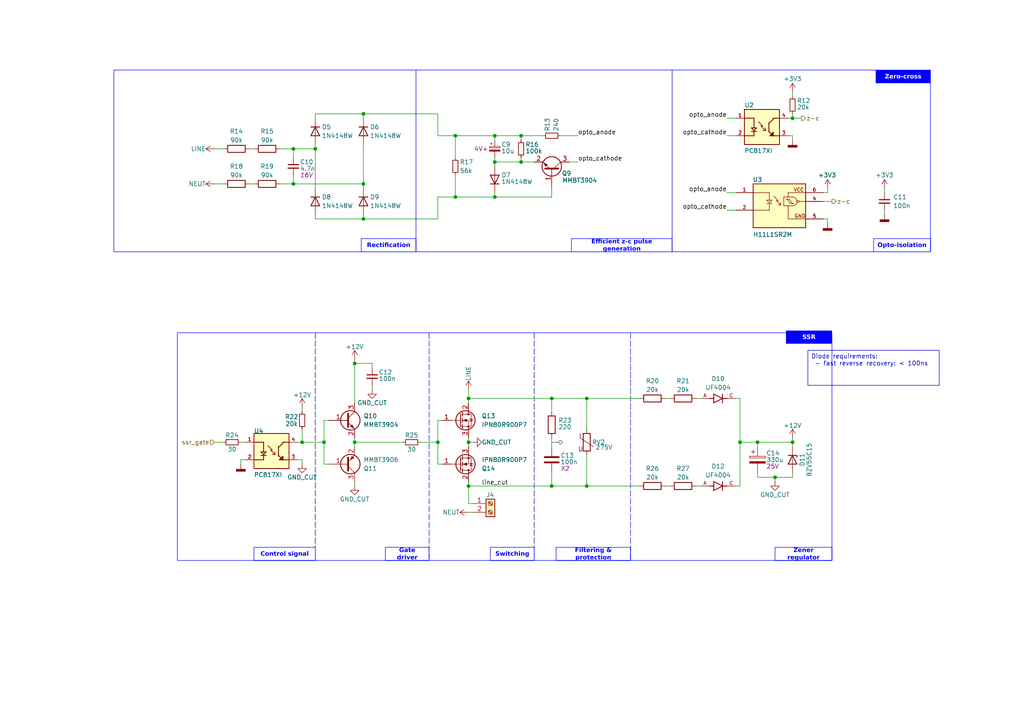
<source format=kicad_sch>
(kicad_sch (version 20231120) (generator "eeschema") (generator_version "8.0")
  (paper "A4")
  (title_block (title "LEDDs") (date "2025-02-17") (rev "1.0") (company "Vas's lab"))
  (lib_symbols
    (symbol "Connector:Screw_Terminal_01x02" (pin_names (offset 1.016) hide)
      (property "Reference" "J" (at 0 2.54 0))
      (property "Value" "Screw_Terminal_01x02" (at 0 -5.08 0))
      (symbol "Screw_Terminal_01x02_1_1"
        (rectangle (start -1.27 1.27) (end 1.27 -3.81) (stroke (width 0.254)) (fill (type background)))
        (circle (center 0 -2.54) (radius 0.635) (stroke (width 0.1524)))
        (polyline (pts (xy -0.5334 -2.2098) (xy 0.3302 -3.048)) (stroke (width 0.1524)))
        (polyline (pts (xy -0.5334 0.3302) (xy 0.3302 -0.508)) (stroke (width 0.1524)))
        (polyline (pts (xy -0.3556 -2.032) (xy 0.508 -2.8702)) (stroke (width 0.1524)))
        (polyline (pts (xy -0.3556 0.508) (xy 0.508 -0.3302)) (stroke (width 0.1524)))
        (circle (center 0 0) (radius 0.635) (stroke (width 0.1524)))
        (pin passive line (at -5.08 0 0) (length 3.81) (name "Pin_1") (number "1"))
        (pin passive line (at -5.08 -2.54 0) (length 3.81) (name "Pin_2") (number "2"))
      )
    )
    (symbol "Device:C" (pin_numbers hide) (pin_names (offset 0.254))
      (property "Reference" "C" (at 0.635 2.54 0))
      (property "Value" "C" (at 0.635 -2.54 0))
      (symbol "C_0_1"
        (polyline (pts (xy -2.032 -0.762) (xy 2.032 -0.762)) (stroke (width 0.508)))
        (polyline (pts (xy -2.032 0.762) (xy 2.032 0.762)) (stroke (width 0.508)))
      )
      (symbol "C_1_1"
        (pin passive line (at 0 3.81 270) (length 2.794) (name "~") (number "1"))
        (pin passive line (at 0 -3.81 90) (length 2.794) (name "~") (number "2"))
      )
    )
    (symbol "Device:C_Polarized" (pin_numbers hide) (pin_names (offset 0.254))
      (property "Reference" "C" (at 0.635 2.54 0))
      (property "Value" "C_Polarized" (at 0.635 -2.54 0))
      (symbol "C_Polarized_0_1"
        (rectangle (start -2.286 0.508) (end 2.286 1.016))
        (polyline (pts (xy -1.778 2.286) (xy -0.762 2.286)))
        (polyline (pts (xy -1.27 2.794) (xy -1.27 1.778)))
        (rectangle (start 2.286 -0.508) (end -2.286 -1.016) (fill (type outline)))
      )
      (symbol "C_Polarized_1_1"
        (pin passive line (at 0 3.81 270) (length 2.794) (name "~") (number "1"))
        (pin passive line (at 0 -3.81 90) (length 2.794) (name "~") (number "2"))
      )
    )
    (symbol "Device:C_Polarized_Small" (pin_numbers hide) (pin_names (offset 0.254) hide)
      (property "Reference" "C" (at 0.254 1.778 0))
      (property "Value" "C_Polarized_Small" (at 0.254 -2.032 0))
      (symbol "C_Polarized_Small_0_1"
        (rectangle (start -1.524 -0.3048) (end 1.524 -0.6858) (fill (type outline)))
        (rectangle (start -1.524 0.6858) (end 1.524 0.3048))
        (polyline (pts (xy -1.27 1.524) (xy -0.762 1.524)))
        (polyline (pts (xy -1.016 1.27) (xy -1.016 1.778)))
      )
      (symbol "C_Polarized_Small_1_1"
        (pin passive line (at 0 2.54 270) (length 1.8542) (name "~") (number "1"))
        (pin passive line (at 0 -2.54 90) (length 1.8542) (name "~") (number "2"))
      )
    )
    (symbol "Device:C_Small" (pin_numbers hide) (pin_names (offset 0.254) hide)
      (property "Reference" "C" (at 0.254 1.778 0))
      (property "Value" "C_Small" (at 0.254 -2.032 0))
      (symbol "C_Small_0_1"
        (polyline (pts (xy -1.524 -0.508) (xy 1.524 -0.508)) (stroke (width 0.3302)))
        (polyline (pts (xy -1.524 0.508) (xy 1.524 0.508)) (stroke (width 0.3048)))
      )
      (symbol "C_Small_1_1"
        (pin passive line (at 0 2.54 270) (length 2.032) (name "~") (number "1"))
        (pin passive line (at 0 -2.54 90) (length 2.032) (name "~") (number "2"))
      )
    )
    (symbol "Device:Q_NMOS_GDS" (pin_names (offset 0) hide)
      (property "Reference" "Q" (at 5.08 1.27 0))
      (property "Value" "Q_NMOS_GDS" (at 5.08 -1.27 0))
      (symbol "Q_NMOS_GDS_0_1"
        (polyline (pts (xy 0.254 0) (xy -2.54 0)))
        (polyline (pts (xy 0.254 1.905) (xy 0.254 -1.905)) (stroke (width 0.254)))
        (polyline (pts (xy 0.762 -1.27) (xy 0.762 -2.286)) (stroke (width 0.254)))
        (polyline (pts (xy 0.762 0.508) (xy 0.762 -0.508)) (stroke (width 0.254)))
        (polyline (pts (xy 0.762 2.286) (xy 0.762 1.27)) (stroke (width 0.254)))
        (polyline (pts (xy 2.54 2.54) (xy 2.54 1.778)))
        (polyline (pts (xy 2.54 -2.54) (xy 2.54 0) (xy 0.762 0)))
        (polyline (pts (xy 0.762 -1.778) (xy 3.302 -1.778) (xy 3.302 1.778) (xy 0.762 1.778)))
        (polyline (pts (xy 1.016 0) (xy 2.032 0.381) (xy 2.032 -0.381) (xy 1.016 0)) (fill (type outline)))
        (polyline (pts (xy 2.794 0.508) (xy 2.921 0.381) (xy 3.683 0.381) (xy 3.81 0.254)))
        (polyline (pts (xy 3.302 0.381) (xy 2.921 -0.254) (xy 3.683 -0.254) (xy 3.302 0.381)))
        (circle (center 1.651 0) (radius 2.794) (stroke (width 0.254)))
        (circle (center 2.54 -1.778) (radius 0.254) (fill (type outline)))
        (circle (center 2.54 1.778) (radius 0.254) (fill (type outline)))
      )
      (symbol "Q_NMOS_GDS_1_1"
        (pin input line (at -5.08 0 0) (length 2.54) (name "G") (number "1"))
        (pin passive line (at 2.54 5.08 270) (length 2.54) (name "D") (number "2"))
        (pin passive line (at 2.54 -5.08 90) (length 2.54) (name "S") (number "3"))
      )
    )
    (symbol "Device:R" (pin_numbers hide) (pin_names (offset 0))
      (property "Reference" "R" (at 2.032 0 90))
      (property "Value" "R" (at 0 0 90))
      (symbol "R_0_1"
        (rectangle (start -1.016 -2.54) (end 1.016 2.54) (stroke (width 0.254)))
      )
      (symbol "R_1_1"
        (pin passive line (at 0 3.81 270) (length 1.27) (name "~") (number "1"))
        (pin passive line (at 0 -3.81 90) (length 1.27) (name "~") (number "2"))
      )
    )
    (symbol "Device:R_Small" (pin_numbers hide) (pin_names (offset 0.254) hide)
      (property "Reference" "R" (at 0.762 0.508 0))
      (property "Value" "R_Small" (at 0.762 -1.016 0))
      (symbol "R_Small_0_1"
        (rectangle (start -0.762 1.778) (end 0.762 -1.778) (stroke (width 0.2032)))
      )
      (symbol "R_Small_1_1"
        (pin passive line (at 0 2.54 270) (length 0.762) (name "~") (number "1"))
        (pin passive line (at 0 -2.54 90) (length 0.762) (name "~") (number "2"))
      )
    )
    (symbol "Device:Varistor" (pin_numbers hide) (pin_names (offset 0))
      (property "Reference" "RV" (at 3.175 0 90))
      (property "Value" "Varistor" (at -3.175 0 90))
      (symbol "Varistor_0_0"
        (text "U" (at -1.778 -2.032 0) (effects (font (size 1.27 1.27))))
      )
      (symbol "Varistor_0_1"
        (rectangle (start -1.016 -2.54) (end 1.016 2.54) (stroke (width 0.254)))
        (polyline (pts (xy -1.905 2.54) (xy -1.905 1.27) (xy 1.905 -1.27)))
      )
      (symbol "Varistor_1_1"
        (pin passive line (at 0 3.81 270) (length 1.27) (name "~") (number "1"))
        (pin passive line (at 0 -3.81 90) (length 1.27) (name "~") (number "2"))
      )
    )
    (symbol "Diode:1N4148" (pin_numbers hide) (pin_names hide)
      (property "Reference" "D" (at 0 2.54 0))
      (property "Value" "1N4148" (at 0 -2.54 0))
      (symbol "1N4148_0_1"
        (polyline (pts (xy -1.27 1.27) (xy -1.27 -1.27)) (stroke (width 0.254)))
        (polyline (pts (xy 1.27 0) (xy -1.27 0)))
        (polyline (pts (xy 1.27 1.27) (xy 1.27 -1.27) (xy -1.27 0) (xy 1.27 1.27)) (stroke (width 0.254)))
      )
      (symbol "1N4148_1_1"
        (pin passive line (at -3.81 0 0) (length 2.54) (name "K") (number "1"))
        (pin passive line (at 3.81 0 180) (length 2.54) (name "A") (number "2"))
      )
    )
    (symbol "Diode:BZV55C15" (pin_numbers hide) (pin_names hide)
      (property "Reference" "D" (at 0 2.54 0))
      (property "Value" "BZV55C15" (at 0 -2.54 0))
      (symbol "BZV55C15_0_1"
        (polyline (pts (xy 1.27 0) (xy -1.27 0)))
        (polyline (pts (xy -1.27 -1.27) (xy -1.27 1.27) (xy -0.762 1.27)) (stroke (width 0.254)))
        (polyline (pts (xy 1.27 -1.27) (xy 1.27 1.27) (xy -1.27 0) (xy 1.27 -1.27)) (stroke (width 0.254)))
      )
      (symbol "BZV55C15_1_1"
        (pin passive line (at -3.81 0 0) (length 2.54) (name "K") (number "1"))
        (pin passive line (at 3.81 0 180) (length 2.54) (name "A") (number "2"))
      )
    )
    (symbol "H11L1SR2M:H11L1SR2M" (pin_names (offset 1.016))
      (property "Reference" "U" (at -7.62 6.35 0))
      (property "Value" "H11L1SR2M" (at -7.62 -8.89 0))
      (symbol "H11L1SR2M_0_0"
        (rectangle (start -7.62 -7.62) (end 7.62 5.08) (stroke (width 0.254)) (fill (type background)))
        (polyline (pts (xy -7.62 2.54) (xy -2.921 2.54)) (stroke (width 0.1524)))
        (polyline (pts (xy -3.683 -0.635) (xy -2.159 -0.635)) (stroke (width 0.1524)))
        (polyline (pts (xy -3.683 0.381) (xy -2.921 -0.381)) (stroke (width 0.1524)))
        (polyline (pts (xy -2.921 -2.54) (xy -7.62 -2.54)) (stroke (width 0.1524)))
        (polyline (pts (xy -2.921 -0.635) (xy -2.921 -2.54)) (stroke (width 0.1524)))
        (polyline (pts (xy -2.921 -0.381) (xy -2.159 0.381)) (stroke (width 0.1524)))
        (polyline (pts (xy -2.921 0.381) (xy -3.683 0.381)) (stroke (width 0.1524)))
        (polyline (pts (xy -2.921 0.381) (xy -2.159 0.381)) (stroke (width 0.1524)))
        (polyline (pts (xy -2.921 2.54) (xy -2.921 0.381)) (stroke (width 0.1524)))
        (polyline (pts (xy -1.651 1.524) (xy -0.381 0.254)) (stroke (width 0.1524)))
        (polyline (pts (xy -0.889 0.254) (xy 0.381 -1.016)) (stroke (width 0.1524)))
        (polyline (pts (xy -0.381 0.254) (xy -0.889 0.254)) (stroke (width 0.1524)))
        (polyline (pts (xy 0.381 -1.016) (xy -0.381 -1.016)) (stroke (width 0.1524)))
        (polyline (pts (xy 0.381 -1.016) (xy 0.381 -0.254)) (stroke (width 0.1524)))
        (polyline (pts (xy 1.27 -1.27) (xy 3.81 -1.27)) (stroke (width 0.1524)))
        (polyline (pts (xy 1.27 1.27) (xy 1.27 -1.27)) (stroke (width 0.1524)))
        (polyline (pts (xy 1.905 0.635) (xy 2.8575 0.635)) (stroke (width 0.1524)))
        (polyline (pts (xy 2.54 -5.08) (xy 7.62 -5.08)) (stroke (width 0.1524)))
        (polyline (pts (xy 2.54 -1.27) (xy 2.54 -5.08)) (stroke (width 0.1524)))
        (polyline (pts (xy 2.54 2.54) (xy 2.54 1.27)) (stroke (width 0.1524)))
        (polyline (pts (xy 2.8575 0.635) (xy 3.81 -0.635)) (stroke (width 0.1524)))
        (polyline (pts (xy 3.175 -0.635) (xy 2.2225 0.635)) (stroke (width 0.1524)))
        (polyline (pts (xy 3.81 -0.635) (xy 3.175 -0.635)) (stroke (width 0.1524)))
        (polyline (pts (xy 3.81 -0.635) (xy 4.1275 -0.635)) (stroke (width 0.1524)))
        (polyline (pts (xy 3.81 1.27) (xy 1.27 1.27)) (stroke (width 0.1524)))
        (polyline (pts (xy 5.715 0) (xy 7.62 0)) (stroke (width 0.1524)))
        (polyline (pts (xy 7.62 2.54) (xy 2.54 2.54)) (stroke (width 0.1524)))
        (arc (start 3.81 -1.27) (mid 4.708 -0.898) (end 5.08 0) (stroke (width 0.1524)))
        (arc (start 5.08 0) (mid 4.708 0.898) (end 3.81 1.27) (stroke (width 0.1524)))
        (circle (center 5.3975 0) (radius 0.3175) (stroke (width 0.1524)))
        (text "GND" (at 4.318 -4.826 0) (effects (font (size 1.016 1.016)) (justify left bottom)))
        (text "VCC" (at 4.064 2.794 0) (effects (font (size 1.016 1.016)) (justify left bottom)))
        (pin passive line (at -12.7 2.54 0) (length 5.08) (name "~") (number "1"))
        (pin passive line (at -12.7 -2.54 0) (length 5.08) (name "~") (number "2"))
        (pin output line (at 12.7 0 180) (length 5.08) (name "~") (number "4"))
        (pin power_in line (at 12.7 -5.08 180) (length 5.08) (name "~") (number "5"))
        (pin power_in line (at 12.7 2.54 180) (length 5.08) (name "~") (number "6"))
      )
    )
    (symbol "PC817XI:PC817XI" (pin_names (offset 1.016))
      (property "Reference" "U" (at -5.08 5.08 0))
      (property "Value" "PC817XI" (at -5.08 -7.62 0))
      (symbol "PC817XI_0_0"
        (rectangle (start -5.08 -5.08) (end 5.08 5.08) (stroke (width 0.254)) (fill (type background)))
        (polyline (pts (xy -5.08 2.54) (xy -2.286 2.54)) (stroke (width 0.254)))
        (polyline (pts (xy -3.048 -1.27) (xy -1.524 -1.27)) (stroke (width 0.254)))
        (polyline (pts (xy -3.048 -0.254) (xy -2.286 -1.016)) (stroke (width 0.254)))
        (polyline (pts (xy -2.286 -2.54) (xy -5.08 -2.54)) (stroke (width 0.254)))
        (polyline (pts (xy -2.286 -1.27) (xy -2.286 -2.54)) (stroke (width 0.254)))
        (polyline (pts (xy -2.286 -1.016) (xy -1.524 -0.254)) (stroke (width 0.254)))
        (polyline (pts (xy -2.286 -0.254) (xy -3.048 -0.254)) (stroke (width 0.254)))
        (polyline (pts (xy -2.286 -0.254) (xy -1.524 -0.254)) (stroke (width 0.254)))
        (polyline (pts (xy -2.286 2.54) (xy -2.286 -0.254)) (stroke (width 0.254)))
        (polyline (pts (xy -1.016 1.524) (xy 0.254 0.254)) (stroke (width 0.2032)))
        (polyline (pts (xy -0.254 0.254) (xy 1.016 -1.016)) (stroke (width 0.2032)))
        (polyline (pts (xy 0.254 0.254) (xy -0.254 0.254)) (stroke (width 0.2032)))
        (polyline (pts (xy 1.016 -1.016) (xy 0.254 -1.016)) (stroke (width 0.2032)))
        (polyline (pts (xy 1.016 -1.016) (xy 1.016 -0.254)) (stroke (width 0.2032)))
        (polyline (pts (xy 2.032 -1.27) (xy 2.032 -1.524)) (stroke (width 0.254)))
        (polyline (pts (xy 2.032 -1.27) (xy 3.302 -2.54)) (stroke (width 0.254)))
        (polyline (pts (xy 2.032 1.016) (xy 2.032 -1.27)) (stroke (width 0.254)))
        (polyline (pts (xy 2.032 1.016) (xy 2.032 1.27)) (stroke (width 0.254)))
        (polyline (pts (xy 2.286 -2.54) (xy 3.048 -2.54)) (stroke (width 0.254)))
        (polyline (pts (xy 2.54 -2.286) (xy 2.286 -2.54)) (stroke (width 0.254)))
        (polyline (pts (xy 2.54 -2.286) (xy 2.794 -2.286)) (stroke (width 0.254)))
        (polyline (pts (xy 2.794 -2.286) (xy 3.048 -2.54)) (stroke (width 0.254)))
        (polyline (pts (xy 3.048 -2.54) (xy 3.048 -2.032)) (stroke (width 0.254)))
        (polyline (pts (xy 3.048 -2.54) (xy 3.302 -2.54)) (stroke (width 0.254)))
        (polyline (pts (xy 3.048 -2.032) (xy 2.794 -2.286)) (stroke (width 0.254)))
        (polyline (pts (xy 3.048 -2.032) (xy 3.302 -1.778)) (stroke (width 0.254)))
        (polyline (pts (xy 3.302 -2.54) (xy 3.302 -2.286)) (stroke (width 0.254)))
        (polyline (pts (xy 3.302 -2.54) (xy 5.08 -2.54)) (stroke (width 0.254)))
        (polyline (pts (xy 3.302 -2.286) (xy 3.048 -2.032)) (stroke (width 0.254)))
        (polyline (pts (xy 3.302 -2.286) (xy 3.302 -1.778)) (stroke (width 0.254)))
        (polyline (pts (xy 3.302 -1.778) (xy 3.302 -1.524)) (stroke (width 0.254)))
        (polyline (pts (xy 3.302 -1.524) (xy 2.54 -2.286)) (stroke (width 0.254)))
        (polyline (pts (xy 3.302 2.286) (xy 2.032 1.016)) (stroke (width 0.254)))
        (polyline (pts (xy 3.302 2.54) (xy 3.302 2.286)) (stroke (width 0.254)))
        (polyline (pts (xy 5.08 2.54) (xy 3.302 2.54)) (stroke (width 0.254)))
        (pin passive line (at -7.62 2.54 0) (length 2.54) (name "~") (number "1"))
        (pin passive line (at -7.62 -2.54 0) (length 2.54) (name "~") (number "2"))
        (pin passive line (at 7.62 -2.54 180) (length 2.54) (name "~") (number "3"))
        (pin passive line (at 7.62 2.54 180) (length 2.54) (name "~") (number "4"))
      )
    )
    (symbol "Transistor_BJT:MMBT3904" (pin_names (offset 0) hide)
      (property "Reference" "Q" (at 5.08 1.905 0))
      (property "Value" "MMBT3904" (at 5.08 0 0))
      (symbol "MMBT3904_0_1"
        (polyline (pts (xy 0.635 0.635) (xy 2.54 2.54)))
        (polyline (pts (xy 0.635 -0.635) (xy 2.54 -2.54) (xy 2.54 -2.54)))
        (polyline (pts (xy 0.635 1.905) (xy 0.635 -1.905) (xy 0.635 -1.905)) (stroke (width 0.508)))
        (polyline (pts (xy 1.27 -1.778) (xy 1.778 -1.27) (xy 2.286 -2.286) (xy 1.27 -1.778) (xy 1.27 -1.778)) (fill (type outline)))
        (circle (center 1.27 0) (radius 2.8194) (stroke (width 0.254)))
      )
      (symbol "MMBT3904_1_1"
        (pin input line (at -5.08 0 0) (length 5.715) (name "B") (number "1"))
        (pin passive line (at 2.54 -5.08 90) (length 2.54) (name "E") (number "2"))
        (pin passive line (at 2.54 5.08 270) (length 2.54) (name "C") (number "3"))
      )
    )
    (symbol "Transistor_BJT:MMBT3906" (pin_names (offset 0) hide)
      (property "Reference" "Q" (at 5.08 1.905 0))
      (property "Value" "MMBT3906" (at 5.08 0 0))
      (symbol "MMBT3906_0_1"
        (polyline (pts (xy 0.635 0.635) (xy 2.54 2.54)))
        (polyline (pts (xy 0.635 -0.635) (xy 2.54 -2.54) (xy 2.54 -2.54)))
        (polyline (pts (xy 0.635 1.905) (xy 0.635 -1.905) (xy 0.635 -1.905)) (stroke (width 0.508)))
        (polyline (pts (xy 2.286 -1.778) (xy 1.778 -2.286) (xy 1.27 -1.27) (xy 2.286 -1.778) (xy 2.286 -1.778)) (fill (type outline)))
        (circle (center 1.27 0) (radius 2.8194) (stroke (width 0.254)))
      )
      (symbol "MMBT3906_1_1"
        (pin input line (at -5.08 0 0) (length 5.715) (name "B") (number "1"))
        (pin passive line (at 2.54 -5.08 90) (length 2.54) (name "E") (number "2"))
        (pin passive line (at 2.54 5.08 270) (length 2.54) (name "C") (number "3"))
      )
    )
    (symbol "UF4004:UF4004" (pin_names (offset 1.016))
      (property "Reference" "D" (at -5.08 2.54 0))
      (property "Value" "UF4004" (at -5.08 -3.81 0))
      (symbol "UF4004_0_0"
        (polyline (pts (xy -2.54 0) (xy -1.27 0)) (stroke (width 0.254)))
        (polyline (pts (xy -1.27 -1.27) (xy 1.27 0)) (stroke (width 0.254)))
        (polyline (pts (xy -1.27 0) (xy -1.27 -1.27)) (stroke (width 0.254)))
        (polyline (pts (xy -1.27 1.27) (xy -1.27 0)) (stroke (width 0.254)))
        (polyline (pts (xy 1.27 0) (xy -1.27 1.27)) (stroke (width 0.254)))
        (polyline (pts (xy 1.27 0) (xy 1.27 -1.27)) (stroke (width 0.254)))
        (polyline (pts (xy 1.27 0) (xy 2.54 0)) (stroke (width 0.254)))
        (polyline (pts (xy 1.27 1.27) (xy 1.27 0)) (stroke (width 0.254)))
        (pin passive line (at -5.08 0 0) (length 2.54) (name "~") (number "A"))
        (pin passive line (at 5.08 0 180) (length 2.54) (name "~") (number "C"))
      )
    )
    (symbol "power:+12V" (power) (pin_names (offset 0))
      (property "Value" "+12V" (at 0 3.556 0))
      (symbol "+12V_0_1"
        (polyline (pts (xy -0.762 1.27) (xy 0 2.54)))
        (polyline (pts (xy 0 0) (xy 0 2.54)))
        (polyline (pts (xy 0 2.54) (xy 0.762 1.27)))
      )
      (symbol "+12V_1_1"
        (pin power_in line (at 0 0 90) (length 0) hide (name "+12V") (number "1"))
      )
    )
    (symbol "power:+3V3" (power) (pin_names (offset 0))
      (property "Value" "+3V3" (at 0 3.556 0))
      (symbol "+3V3_0_1"
        (polyline (pts (xy -0.762 1.27) (xy 0 2.54)))
        (polyline (pts (xy 0 0) (xy 0 2.54)))
        (polyline (pts (xy 0 2.54) (xy 0.762 1.27)))
      )
      (symbol "+3V3_1_1"
        (pin power_in line (at 0 0 90) (length 0) hide (name "+3V3") (number "1"))
      )
    )
    (symbol "power:GND1" (power) (pin_names (offset 0))
      (property "Value" "GND1" (at 0 -3.81 0))
      (symbol "GND1_0_1"
        (polyline (pts (xy 0 0) (xy 0 -1.27) (xy 1.27 -1.27) (xy 0 -2.54) (xy -1.27 -1.27) (xy 0 -1.27)))
      )
      (symbol "GND1_1_1"
        (pin power_in line (at 0 0 270) (length 0) hide (name "GND1") (number "1"))
      )
    )
    (symbol "power:GNDD" (power) (pin_names (offset 0))
      (property "Value" "GNDD" (at 0 -3.175 0))
      (symbol "GNDD_0_1"
        (rectangle (start -1.27 -1.524) (end 1.27 -2.032) (stroke (width 0.254)) (fill (type outline)))
        (polyline (pts (xy 0 0) (xy 0 -1.524)))
      )
      (symbol "GNDD_1_1"
        (pin power_in line (at 0 0 270) (length 0) hide (name "GNDD") (number "1"))
      )
    )
    (symbol "power:LINE" (power) (pin_names (offset 0))
      (property "Value" "LINE" (at 0 3.81 0))
      (symbol "LINE_0_1"
        (polyline (pts (xy -0.762 1.27) (xy 0 2.54)))
        (polyline (pts (xy 0 0) (xy 0 2.54)))
        (polyline (pts (xy 0 2.54) (xy 0.762 1.27)))
      )
      (symbol "LINE_1_1"
        (pin power_in line (at 0 0 90) (length 0) hide (name "LINE") (number "1"))
      )
    )
    (symbol "power:NEUT" (power) (pin_names (offset 0))
      (property "Value" "NEUT" (at 0 3.81 0))
      (symbol "NEUT_0_1"
        (polyline (pts (xy -0.762 1.27) (xy 0 2.54)))
        (polyline (pts (xy 0 0) (xy 0 2.54)))
        (polyline (pts (xy 0 2.54) (xy 0.762 1.27)))
      )
      (symbol "NEUT_1_1"
        (pin power_in line (at 0 0 90) (length 0) hide (name "NEUT") (number "1"))
      )
    )
  )
  (junction (at 143.51 46.99))
  (junction (at 224.79 138.43))
  (junction (at 214.63 128.27))
  (junction (at 160.02 115.57))
  (junction (at 85.09 53.34))
  (junction (at 170.18 140.97))
  (junction (at 105.41 63.5))
  (junction (at 132.08 39.37))
  (junction (at 87.63 128.27))
  (junction (at 151.13 39.37))
  (junction (at 85.09 43.18))
  (junction (at 91.44 43.18))
  (junction (at 102.87 105.41))
  (junction (at 105.41 53.34))
  (junction (at 160.02 140.97))
  (junction (at 135.89 115.57))
  (junction (at 135.89 128.27))
  (junction (at 219.71 128.27))
  (junction (at 229.87 34.29))
  (junction (at 143.51 39.37))
  (junction (at 151.13 46.99))
  (junction (at 102.87 128.27))
  (junction (at 93.98 128.27))
  (junction (at 170.18 115.57))
  (junction (at 127 128.27))
  (junction (at 135.89 140.97))
  (junction (at 143.51 57.15))
  (junction (at 105.41 33.02))
  (junction (at 229.87 128.27))
  (junction (at 132.08 57.15))
  (wire (pts (xy 127 121.92) (xy 128.27 121.92)))
  (wire (pts (xy 91.44 33.02) (xy 105.41 33.02)))
  (wire (pts (xy 238.76 63.5) (xy 240.03 63.5)))
  (wire (pts (xy 170.18 140.97) (xy 185.42 140.97)))
  (wire (pts (xy 210.82 39.37) (xy 213.36 39.37)))
  (wire (pts (xy 170.18 124.46) (xy 170.18 115.57)))
  (wire (pts (xy 85.09 53.34) (xy 105.41 53.34)))
  (wire (pts (xy 127 121.92) (xy 127 128.27)))
  (wire (pts (xy 238.76 58.42) (xy 241.3 58.42)))
  (wire (pts (xy 93.98 128.27) (xy 93.98 134.62)))
  (wire (pts (xy 91.44 43.18) (xy 91.44 41.91)))
  (wire (pts (xy 135.89 127) (xy 135.89 128.27)))
  (wire (pts (xy 160.02 57.15) (xy 143.51 57.15)))
  (wire (pts (xy 135.89 113.03) (xy 135.89 115.57)))
  (wire (pts (xy 143.51 39.37) (xy 151.13 39.37)))
  (polyline (pts (xy 154.94 96.52) (xy 154.94 162.56)) (stroke (width 0) (type dash)))
  (wire (pts (xy 102.87 128.27) (xy 102.87 129.54)))
  (wire (pts (xy 143.51 57.15) (xy 132.08 57.15)))
  (wire (pts (xy 91.44 62.23) (xy 91.44 63.5)))
  (wire (pts (xy 229.87 39.37) (xy 229.87 40.64)))
  (wire (pts (xy 135.89 140.97) (xy 160.02 140.97)))
  (wire (pts (xy 62.23 128.27) (xy 64.77 128.27)))
  (wire (pts (xy 170.18 115.57) (xy 185.42 115.57)))
  (wire (pts (xy 170.18 132.08) (xy 170.18 140.97)))
  (wire (pts (xy 93.98 134.62) (xy 95.25 134.62)))
  (wire (pts (xy 95.25 121.92) (xy 93.98 121.92)))
  (wire (pts (xy 72.39 53.34) (xy 73.66 53.34)))
  (wire (pts (xy 229.87 27.94) (xy 229.87 26.67)))
  (wire (pts (xy 132.08 50.8) (xy 132.08 57.15)))
  (wire (pts (xy 160.02 127) (xy 160.02 129.54)))
  (wire (pts (xy 107.95 111.76) (xy 107.95 113.03)))
  (wire (pts (xy 224.79 138.43) (xy 224.79 139.7)))
  (wire (pts (xy 102.87 105.41) (xy 107.95 105.41)))
  (wire (pts (xy 151.13 40.64) (xy 151.13 39.37)))
  (wire (pts (xy 210.82 55.88) (xy 213.36 55.88)))
  (wire (pts (xy 91.44 34.29) (xy 91.44 33.02)))
  (wire (pts (xy 127 57.15) (xy 132.08 57.15)))
  (wire (pts (xy 105.41 33.02) (xy 127 33.02)))
  (wire (pts (xy 229.87 127) (xy 229.87 128.27)))
  (wire (pts (xy 228.6 39.37) (xy 229.87 39.37)))
  (wire (pts (xy 240.03 55.88) (xy 240.03 54.61)))
  (wire (pts (xy 224.79 138.43) (xy 219.71 138.43)))
  (wire (pts (xy 194.31 115.57) (xy 193.04 115.57)))
  (wire (pts (xy 85.09 43.18) (xy 91.44 43.18)))
  (wire (pts (xy 132.08 39.37) (xy 132.08 45.72)))
  (wire (pts (xy 214.63 140.97) (xy 213.36 140.97)))
  (wire (pts (xy 229.87 33.02) (xy 229.87 34.29)))
  (wire (pts (xy 91.44 63.5) (xy 105.41 63.5)))
  (wire (pts (xy 69.85 133.35) (xy 69.85 134.62)))
  (polyline (pts (xy 182.88 96.52) (xy 182.88 162.56)) (stroke (width 0) (type dash)))
  (wire (pts (xy 71.12 133.35) (xy 69.85 133.35)))
  (wire (pts (xy 87.63 133.35) (xy 87.63 134.62)))
  (wire (pts (xy 102.87 128.27) (xy 116.84 128.27)))
  (wire (pts (xy 135.89 146.05) (xy 137.16 146.05)))
  (wire (pts (xy 160.02 115.57) (xy 170.18 115.57)))
  (wire (pts (xy 160.02 137.16) (xy 160.02 140.97)))
  (wire (pts (xy 135.89 140.97) (xy 135.89 146.05)))
  (wire (pts (xy 143.51 46.99) (xy 151.13 46.99)))
  (wire (pts (xy 203.2 115.57) (xy 201.93 115.57)))
  (wire (pts (xy 121.92 128.27) (xy 127 128.27)))
  (wire (pts (xy 64.77 53.34) (xy 62.23 53.34)))
  (wire (pts (xy 93.98 121.92) (xy 93.98 128.27)))
  (wire (pts (xy 240.03 64.77) (xy 240.03 63.5)))
  (wire (pts (xy 69.85 128.27) (xy 71.12 128.27)))
  (wire (pts (xy 127 33.02) (xy 127 39.37)))
  (wire (pts (xy 210.82 60.96) (xy 213.36 60.96)))
  (wire (pts (xy 214.63 115.57) (xy 214.63 128.27)))
  (wire (pts (xy 165.1 46.99) (xy 167.64 46.99)))
  (wire (pts (xy 219.71 128.27) (xy 229.87 128.27)))
  (wire (pts (xy 135.89 128.27) (xy 135.89 129.54)))
  (wire (pts (xy 219.71 138.43) (xy 219.71 137.16)))
  (wire (pts (xy 72.39 43.18) (xy 73.66 43.18)))
  (wire (pts (xy 213.36 115.57) (xy 214.63 115.57)))
  (wire (pts (xy 160.02 140.97) (xy 170.18 140.97)))
  (wire (pts (xy 256.54 54.61) (xy 256.54 55.88)))
  (wire (pts (xy 102.87 139.7) (xy 102.87 140.97)))
  (polyline (pts (xy 124.46 96.52) (xy 124.46 162.56)) (stroke (width 0) (type dash)))
  (wire (pts (xy 105.41 33.02) (xy 105.41 34.29)))
  (wire (pts (xy 62.23 43.18) (xy 64.77 43.18)))
  (wire (pts (xy 85.09 50.8) (xy 85.09 53.34)))
  (wire (pts (xy 105.41 54.61) (xy 105.41 53.34)))
  (wire (pts (xy 143.51 57.15) (xy 143.51 55.88)))
  (wire (pts (xy 210.82 34.29) (xy 213.36 34.29)))
  (wire (pts (xy 105.41 63.5) (xy 127 63.5)))
  (wire (pts (xy 238.76 55.88) (xy 240.03 55.88)))
  (wire (pts (xy 229.87 138.43) (xy 229.87 137.16)))
  (wire (pts (xy 86.36 133.35) (xy 87.63 133.35)))
  (wire (pts (xy 135.89 115.57) (xy 160.02 115.57)))
  (wire (pts (xy 219.71 129.54) (xy 219.71 128.27)))
  (wire (pts (xy 194.31 140.97) (xy 193.04 140.97)))
  (wire (pts (xy 137.16 128.27) (xy 135.89 128.27)))
  (wire (pts (xy 91.44 43.18) (xy 91.44 54.61)))
  (wire (pts (xy 137.16 148.59) (xy 135.89 148.59)))
  (wire (pts (xy 143.51 45.72) (xy 143.51 46.99)))
  (wire (pts (xy 256.54 60.96) (xy 256.54 62.23)))
  (wire (pts (xy 105.41 63.5) (xy 105.41 62.23)))
  (wire (pts (xy 214.63 128.27) (xy 214.63 140.97)))
  (wire (pts (xy 160.02 119.38) (xy 160.02 115.57)))
  (wire (pts (xy 81.28 53.34) (xy 85.09 53.34)))
  (wire (pts (xy 229.87 128.27) (xy 229.87 129.54)))
  (wire (pts (xy 87.63 118.11) (xy 87.63 119.38)))
  (polyline (pts (xy 91.44 96.52) (xy 91.44 162.56)) (stroke (width 0) (type dash)))
  (wire (pts (xy 105.41 41.91) (xy 105.41 53.34)))
  (wire (pts (xy 127 63.5) (xy 127 57.15)))
  (wire (pts (xy 135.89 139.7) (xy 135.89 140.97)))
  (wire (pts (xy 228.6 34.29) (xy 229.87 34.29)))
  (wire (pts (xy 87.63 128.27) (xy 93.98 128.27)))
  (wire (pts (xy 81.28 43.18) (xy 85.09 43.18)))
  (wire (pts (xy 151.13 45.72) (xy 151.13 46.99)))
  (wire (pts (xy 151.13 39.37) (xy 157.48 39.37)))
  (wire (pts (xy 102.87 127) (xy 102.87 128.27)))
  (wire (pts (xy 224.79 138.43) (xy 229.87 138.43)))
  (wire (pts (xy 102.87 116.84) (xy 102.87 105.41)))
  (wire (pts (xy 143.51 40.64) (xy 143.51 39.37)))
  (wire (pts (xy 127 39.37) (xy 132.08 39.37)))
  (wire (pts (xy 135.89 115.57) (xy 135.89 116.84)))
  (wire (pts (xy 107.95 105.41) (xy 107.95 106.68)))
  (wire (pts (xy 127 134.62) (xy 128.27 134.62)))
  (wire (pts (xy 143.51 39.37) (xy 132.08 39.37)))
  (wire (pts (xy 162.56 39.37) (xy 167.64 39.37)))
  (wire (pts (xy 127 128.27) (xy 127 134.62)))
  (wire (pts (xy 160.02 54.61) (xy 160.02 57.15)))
  (wire (pts (xy 151.13 46.99) (xy 154.94 46.99)))
  (wire (pts (xy 143.51 46.99) (xy 143.51 48.26)))
  (wire (pts (xy 214.63 128.27) (xy 219.71 128.27)))
  (wire (pts (xy 229.87 34.29) (xy 232.41 34.29)))
  (wire (pts (xy 201.93 140.97) (xy 203.2 140.97)))
  (wire (pts (xy 85.09 43.18) (xy 85.09 45.72)))
  (wire (pts (xy 87.63 128.27) (xy 87.63 124.46)))
  (wire (pts (xy 86.36 128.27) (xy 87.63 128.27)))
  (wire (pts (xy 102.87 104.14) (xy 102.87 105.41)))
  (rectangle (start 194.945 20.32) (end 194.945 73.025))
  (rectangle (start 120.65 20.32) (end 120.65 73.025))
  (rectangle (start 51.435 96.52) (end 241.3 162.56) (stroke (width 0) (color 0 0 255 1)))
  (rectangle (start 33.02 20.32) (end 269.875 73.025) (stroke (width 0) (color 0 0 255 1)))
  (text_box "Control signal" (at 73.66 158.75 0) (size 17.78 3.81) (stroke (width 0) (color 0 0 255 1)) (effects (font (size 1.27 1.27) (thickness 0.254) (bold yes))))
  (text_box "Filtering & protection" (at 161.29 158.75 0) (size 21.59 3.81) (stroke (width 0) (color 0 0 255 1)) (effects (font (size 1.27 1.27) (thickness 0.254) (bold yes))))
  (text_box "SSR" (at 227.965 95.885 0) (size 13.335 3.81) (stroke (width -0.0001) (color 0 0 255 1)) (fill (type color) (color 0 0 255 1)) (effects (font (size 1.27 1.27) (thickness 0.254) (bold yes))))
  (text_box "Switching\n" (at 142.24 158.75 0) (size 12.7 3.81) (stroke (width 0) (color 0 0 255 1)) (effects (font (size 1.27 1.27) (thickness 0.254) (bold yes))))
  (text_box "Diode requirements:\n - fast reverse recovery: < 100ns" (at 234.315 101.6 0) (size 38.1 10.16) (effects (font (size 1.27 1.27)) (justify left top)))
  (text_box "Rectification" (at 104.775 69.215 0) (size 15.875 3.81) (stroke (width 0) (color 0 0 255 1)) (effects (font (size 1.27 1.27) (thickness 0.254) (bold yes))))
  (text_box "Efficient z-c pulse generation" (at 165.735 69.215 0) (size 29.21 3.81) (stroke (width 0) (color 0 0 255 1)) (effects (font (size 1.27 1.27) (thickness 0.254) (bold yes))))
  (text_box "Gate driver\n" (at 111.76 158.75 0) (size 12.7 3.81) (stroke (width 0) (color 0 0 255 1)) (effects (font (size 1.27 1.27) (thickness 0.254) (bold yes))))
  (text_box "Zener regulator\n" (at 224.79 158.75 0) (size 16.51 3.81) (stroke (width 0) (color 0 0 255 1)) (effects (font (size 1.27 1.27) (thickness 0.254) (bold yes))))
  (text_box "Opto-isolation" (at 253.365 69.215 0) (size 16.51 3.81) (stroke (width 0) (color 0 0 255 1)) (effects (font (size 1.27 1.27) (thickness 0.254) (bold yes))))
  (text_box "Zero-cross" (at 254 20.32 0) (size 15.875 3.81) (stroke (width -0.0001) (color 0 0 255 1)) (fill (type color) (color 0 0 255 1)) (effects (font (size 1.27 1.27) (thickness 0.254) (bold yes))))
  (label "opto_anode" (at 210.82 55.88 180))
  (label "line_cut" (at 139.7 140.97 0))
  (label "opto_anode" (at 210.82 34.29 180))
  (label "opto_cathode" (at 210.82 60.96 180))
  (label "opto_anode" (at 167.64 39.37 0))
  (label "opto_cathode" (at 167.64 46.99 0))
  (label "opto_cathode" (at 210.82 39.37 180))
  (hierarchical_label "ssr_gate" (shape input) (at 62.23 128.27 180))
  (hierarchical_label "z-c" (shape output) (at 241.3 58.42 0))
  (hierarchical_label "z-c" (shape output) (at 232.41 34.29 0))
  (netclass_flag "" (length 2.54) (shape round) (at 160.02 128.27 270) (property "Netclass" "live" (effects (hide yes))))
  (symbol (lib_id "Device:C") (at 160.02 133.35 0) (unit 1)
    (property "Reference" "C13" (at 162.56 132.08 0) (effects (justify left)))
    (property "Value" "100n" (at 162.56 133.985 0) (effects (justify left)))
    (property "Footprint" "Capacitor_THT:C_Rect_L13.0mm_W6.0mm_P10.00mm_FKS3_FKP3_MKS4" (effects (hide yes)))
    (property "Field4" "X2" (at 162.56 135.89 0) (effects (font (italic yes)) (justify left)))
  )
  (symbol (lib_id "power:+3V3") (at 229.87 26.67 0) (unit 1)
    (property "Reference" "#PWR027" (effects (hide yes)))
    (property "Value" "+3V3" (at 229.87 22.86 0))
  )
  (symbol (lib_id "power:LINE") (at 135.89 113.03 0) (unit 1)
    (property "Reference" "#PWR037" (effects (hide yes)))
    (property "Value" "LINE" (at 135.89 110.49 90) (effects (justify left)))
  )
  (symbol (lib_id "Device:C_Small") (at 85.09 48.26 0) (unit 1)
    (property "Reference" "C10" (at 86.995 46.99 0) (effects (justify left)))
    (property "Value" "4.7n" (at 86.995 48.895 0) (effects (justify left)))
    (property "Footprint" "Capacitor_SMD:C_1206_3216Metric_Pad1.33x1.80mm_HandSolder" (effects (hide yes)))
    (property "V" "16V" (at 86.995 50.8 0) (effects (font (italic yes)) (justify left)))
  )
  (symbol (lib_id "Device:C_Small") (at 256.54 58.42 0) (unit 1)
    (property "Reference" "C11" (at 259.08 57.1563 0) (effects (justify left)))
    (property "Value" "100n" (at 259.08 59.6963 0) (effects (justify left)))
    (property "Footprint" "Capacitor_SMD:C_0805_2012Metric_Pad1.18x1.45mm_HandSolder" (effects (hide yes)))
  )
  (symbol (lib_id "Device:R_Small") (at 160.02 39.37 90) (unit 1)
    (property "Reference" "R13" (at 158.75 38.1 0) (effects (justify left)))
    (property "Value" "240" (at 161.29 38.1 0) (effects (justify left)))
    (property "Footprint" "Resistor_SMD:R_0805_2012Metric_Pad1.20x1.40mm_HandSolder" (effects (hide yes)))
  )
  (symbol (lib_id "power:+3V3") (at 256.54 54.61 0) (unit 1)
    (property "Reference" "#PWR031" (effects (hide yes)))
    (property "Value" "+3V3" (at 256.54 50.8 0))
  )
  (symbol (lib_id "power:+12V") (at 87.63 118.11 0) (unit 1)
    (property "Reference" "#PWR038" (effects (hide yes)))
    (property "Value" "+12V" (at 87.63 114.554 0))
  )
  (symbol (lib_id "Device:Q_NMOS_GDS") (at 133.35 134.62 0) (mirror x) (unit 1)
    (property "Reference" "Q14" (at 139.7 135.8901 0) (effects (justify left)))
    (property "Value" "IPN80R900P7" (at 139.7 133.3501 0) (effects (justify left)))
    (property "Footprint" "Package_TO_SOT_SMD:SOT-223-3_TabPin2" (effects (hide yes)))
    (property "Description" "N-MOSFET transistor, gate/drain/source" (effects (hide yes)))
  )
  (symbol (lib_id "Device:Varistor") (at 170.18 128.27 0) (unit 1)
    (property "Reference" "RV2" (at 171.704 128.27 0) (effects (justify left)))
    (property "Value" "275V" (at 172.72 129.7333 0) (effects (justify left)))
    (property "Footprint" "Varistor:RV_Disc_D9mm_W3.5mm_P5mm" (effects (hide yes)))
    (property "Sim.Name" "kicad_builtin_varistor" (effects (hide yes)))
    (property "Sim.Device" "SUBCKT" (effects (hide yes)))
    (property "Sim.Pins" "1=A 2=B" (effects (hide yes)))
    (property "Sim.Params" "threshold=1k" (effects (hide yes)))
    (property "Sim.Library" "${KICAD7_SYMBOL_DIR}/Simulation_SPICE.sp" (effects (hide yes)))
  )
  (symbol (lib_id "Transistor_BJT:MMBT3906") (at 100.33 134.62 0) (mirror x) (unit 1)
    (property "Reference" "Q11" (at 105.41 135.8901 0) (effects (justify left)))
    (property "Value" "MMBT3906" (at 105.41 133.3501 0) (effects (justify left)))
    (property "Footprint" "Package_TO_SOT_SMD:SOT-23" (effects (hide yes)))
    (property "Datasheet" "https://www.onsemi.com/pdf/datasheet/pzt3906-d.pdf" (effects (hide yes)))
    (property "Description" "-0.2A Ic, -40V Vce, Small Signal PNP Transistor, SOT-23" (effects (hide yes)))
  )
  (symbol (lib_id "Device:R") (at 68.58 53.34 90) (unit 1)
    (property "Reference" "R18" (at 68.58 48.26 90))
    (property "Value" "90k" (at 68.58 50.8 90))
    (property "Footprint" "Resistor_SMD:R_1206_3216Metric_Pad1.30x1.75mm_HandSolder" (effects (hide yes)))
  )
  (symbol (lib_id "power:GNDD") (at 229.87 40.64 0) (unit 1)
    (property "Reference" "#PWR028" (effects (hide yes)))
    (property "Value" "GNDD" (effects (hide yes)))
  )
  (symbol (lib_id "power:LINE") (at 62.23 43.18 90) (unit 1)
    (property "Reference" "#PWR029" (effects (hide yes)))
    (property "Value" "LINE" (at 59.69 43.18 90) (effects (justify left)))
  )
  (symbol (lib_id "Device:R_Small") (at 119.38 128.27 90) (mirror x) (unit 1)
    (property "Reference" "R25" (at 119.38 126.238 90))
    (property "Value" "30" (at 119.38 130.302 90))
    (property "Footprint" "Resistor_SMD:R_0805_2012Metric_Pad1.20x1.40mm_HandSolder" (effects (hide yes)))
  )
  (symbol (lib_id "Device:R") (at 198.12 115.57 90) (unit 1)
    (property "Reference" "R21" (at 198.12 110.49 90))
    (property "Value" "20k" (at 198.12 113.03 90))
    (property "Footprint" "Resistor_SMD:R_1206_3216Metric_Pad1.30x1.75mm_HandSolder" (effects (hide yes)))
  )
  (symbol (lib_id "Diode:1N4148") (at 105.41 58.42 270) (unit 1)
    (property "Reference" "D9" (at 107.315 57.15 90) (effects (justify left)))
    (property "Value" "1N4148W" (at 107.315 59.69 90) (effects (justify left)))
    (property "Footprint" "Diode_SMD:D_SOD-123" (effects (hide yes)))
    (property "Datasheet" "https://assets.nexperia.com/documents/data-sheet/1N4148_1N4448.pdf" (effects (hide yes)))
    (property "Sim.Device" "D" (effects (hide yes)))
    (property "Sim.Pins" "1=K 2=A" (effects (hide yes)))
  )
  (symbol (lib_id "Device:R_Small") (at 132.08 48.26 0) (unit 1)
    (property "Reference" "R17" (at 133.35 46.99 0) (effects (justify left)))
    (property "Value" "56k" (at 133.35 49.53 0) (effects (justify left)))
    (property "Footprint" "Resistor_SMD:R_0805_2012Metric_Pad1.20x1.40mm_HandSolder" (effects (hide yes)))
  )
  (symbol (lib_id "Device:Q_NMOS_GDS") (at 133.35 121.92 0) (unit 1)
    (property "Reference" "Q13" (at 139.7 120.6499 0) (effects (justify left)))
    (property "Value" "IPN80R900P7" (at 139.7 123.1899 0) (effects (justify left)))
    (property "Footprint" "Package_TO_SOT_SMD:SOT-223-3_TabPin2" (effects (hide yes)))
    (property "Description" "N-MOSFET transistor, gate/drain/source" (effects (hide yes)))
  )
  (symbol (lib_id "Device:R") (at 189.23 115.57 90) (unit 1)
    (property "Reference" "R20" (at 189.23 110.49 90))
    (property "Value" "20k" (at 189.23 113.03 90))
    (property "Footprint" "Resistor_SMD:R_1206_3216Metric_Pad1.30x1.75mm_HandSolder" (effects (hide yes)))
  )
  (symbol (lib_id "Device:R") (at 160.02 123.19 180) (unit 1)
    (property "Reference" "R23" (at 161.925 121.92 0) (effects (justify right)))
    (property "Value" "220" (at 161.925 123.825 0) (effects (justify right)))
    (property "Footprint" "Resistor_SMD:R_1206_3216Metric_Pad1.30x1.75mm_HandSolder" (effects (hide yes)))
  )
  (symbol (lib_id "Device:C_Polarized_Small") (at 143.51 43.18 0) (unit 1)
    (property "Reference" "C9" (at 145.415 41.91 0) (effects (justify left)))
    (property "Value" "10u" (at 145.415 43.815 0) (effects (justify left)))
    (property "Footprint" "Capacitor_SMD:CP_Elec_5x5.7" (effects (hide yes)))
    (property "V" "4V+" (at 139.573 43.18 0))
  )
  (symbol (lib_id "PC817XI:PC817XI") (at 220.98 36.83 0) (unit 1)
    (property "Reference" "U2" (at 215.9 31.242 0) (effects (justify left bottom)))
    (property "Value" "PC817XI" (at 215.9 44.45 0) (effects (justify left bottom)))
    (property "Footprint" "PC817XI:SOIC254P975X460-4N" (effects (hide yes)))
    (property "MF" "Sharp" (effects (hide yes)))
    (property "STANDARD" "IPC-7351B" (effects (hide yes)))
  )
  (symbol (lib_id "power:GND1") (at 224.79 139.7 0) (unit 1)
    (property "Reference" "#PWR043" (effects (hide yes)))
    (property "Value" "GND_CUT" (at 224.79 143.51 0))
  )
  (symbol (lib_id "power:NEUT") (at 135.89 148.59 90) (unit 1)
    (property "Reference" "#PWR045" (effects (hide yes)))
    (property "Value" "NEUT" (at 133.35 148.59 90) (effects (justify left)))
  )
  (symbol (lib_id "power:GND1") (at 137.16 128.27 90) (unit 1)
    (property "Reference" "#PWR039" (effects (hide yes)))
    (property "Value" "GND_CUT" (at 139.7 128.27 90) (effects (justify right)))
  )
  (symbol (lib_id "power:NEUT") (at 62.23 53.34 90) (unit 1)
    (property "Reference" "#PWR030" (effects (hide yes)))
    (property "Value" "NEUT" (at 59.69 53.34 90) (effects (justify left)))
  )
  (symbol (lib_id "power:GNDD") (at 69.85 134.62 0) (unit 1)
    (property "Reference" "#PWR041" (effects (hide yes)))
    (property "Value" "GNDD" (effects (hide yes)))
  )
  (symbol (lib_id "Device:R_Small") (at 229.87 30.48 0) (unit 1)
    (property "Reference" "R12" (at 231.14 29.21 0) (effects (justify left)))
    (property "Value" "20k" (at 231.14 31.115 0) (effects (justify left)))
    (property "Footprint" "Resistor_SMD:R_0805_2012Metric_Pad1.20x1.40mm_HandSolder" (effects (hide yes)))
  )
  (symbol (lib_id "Diode:1N4148") (at 143.51 52.07 90) (unit 1)
    (property "Reference" "D7" (at 145.415 50.8 90) (effects (justify right)))
    (property "Value" "1N4148W" (at 145.415 52.705 90) (effects (justify right)))
    (property "Footprint" "Diode_SMD:D_SOD-123" (effects (hide yes)))
    (property "Datasheet" "https://assets.nexperia.com/documents/data-sheet/1N4148_1N4448.pdf" (effects (hide yes)))
    (property "Sim.Device" "D" (effects (hide yes)))
    (property "Sim.Pins" "1=K 2=A" (effects (hide yes)))
  )
  (symbol (lib_id "Device:R") (at 189.23 140.97 90) (unit 1)
    (property "Reference" "R26" (at 189.23 135.89 90))
    (property "Value" "20k" (at 189.23 138.43 90))
    (property "Footprint" "Resistor_SMD:R_1206_3216Metric_Pad1.30x1.75mm_HandSolder" (effects (hide yes)))
  )
  (symbol (lib_id "power:GNDD") (at 256.54 62.23 0) (unit 1)
    (property "Reference" "#PWR033" (effects (hide yes)))
    (property "Value" "GNDD" (effects (hide yes)))
  )
  (symbol (lib_id "UF4004:UF4004") (at 208.28 140.97 0) (unit 1)
    (property "Reference" "D12" (at 208.28 135.255 0))
    (property "Value" "UF4004" (at 208.28 137.795 0))
    (property "Footprint" "UF4004:DIOAD1055W87L533D272" (effects (hide yes)))
    (property "PARTREV" "N/A" (effects (hide yes)))
    (property "STANDARD" "IPC-7351B" (effects (hide yes)))
    (property "MAXIMUM_PACKAGE_HEIGHT" "2.72 mm" (effects (hide yes)))
    (property "MANUFACTURER" "NTE" (effects (hide yes)))
  )
  (symbol (lib_id "Diode:BZV55C15") (at 229.87 133.35 270) (unit 1)
    (property "Reference" "D11" (at 232.664 133.35 0))
    (property "Value" "BZV55C15" (at 234.696 133.35 0))
    (property "Footprint" "Diode_THT:D_DO-41_SOD81_P7.62mm_Horizontal" (effects (hide yes)))
    (property "Datasheet" "https://assets.nexperia.com/documents/data-sheet/BZV55_SER.pdf" (effects (hide yes)))
  )
  (symbol (lib_id "H11L1SR2M:H11L1SR2M") (at 226.06 58.42 0) (unit 1)
    (property "Reference" "U3" (at 218.313 52.832 0) (effects (justify left bottom)))
    (property "Value" "H11L1SR2M" (at 218.44 67.31 0) (effects (justify left top)))
    (property "Footprint" "H11L1SR2M:IC_H11L1SR2M" (effects (hide yes)))
    (property "PARTREV" "3" (effects (hide yes)))
    (property "MANUFACTURER" "Fairchild Semiconductor" (effects (hide yes)))
    (property "MAXIMUM_PACKAGE_HEIGHT" "4.80mm" (effects (hide yes)))
    (property "STANDARD" "Manufacturer Recommendations" (effects (hide yes)))
  )
  (symbol (lib_id "Transistor_BJT:MMBT3904") (at 160.02 49.53 270) (mirror x) (unit 1)
    (property "Reference" "Q9" (at 164.338 50.292 90))
    (property "Value" "MMBT3904" (at 168.148 52.324 90))
    (property "Footprint" "Package_TO_SOT_SMD:SOT-23" (effects (hide yes)))
    (property "Datasheet" "https://www.onsemi.com/pdf/datasheet/pzt3904-d.pdf" (effects (hide yes)))
    (property "Description" "0.2A Ic, 40V Vce, Small Signal NPN Transistor, SOT-23" (effects (hide yes)))
  )
  (symbol (lib_id "power:+12V") (at 102.87 104.14 0) (unit 1)
    (property "Reference" "#PWR035" (effects (hide yes)))
    (property "Value" "+12V" (at 102.87 100.584 0))
  )
  (symbol (lib_id "Device:R") (at 68.58 43.18 90) (unit 1)
    (property "Reference" "R14" (at 68.58 38.1 90))
    (property "Value" "90k" (at 68.58 40.64 90))
    (property "Footprint" "Resistor_SMD:R_1206_3216Metric_Pad1.30x1.75mm_HandSolder" (effects (hide yes)))
  )
  (symbol (lib_id "PC817XI:PC817XI") (at 78.74 130.81 0) (unit 1)
    (property "Reference" "U4" (at 73.66 125.73 0) (effects (justify left bottom)))
    (property "Value" "PC817XI" (at 73.66 138.43 0) (effects (justify left bottom)))
    (property "Footprint" "PC817XI:SOIC254P975X460-4N" (effects (hide yes)))
    (property "MF" "Sharp" (effects (hide yes)))
    (property "STANDARD" "IPC-7351B" (effects (hide yes)))
  )
  (symbol (lib_id "Diode:1N4148") (at 105.41 38.1 270) (unit 1)
    (property "Reference" "D6" (at 107.315 36.83 90) (effects (justify left)))
    (property "Value" "1N4148W" (at 107.315 39.37 90) (effects (justify left)))
    (property "Footprint" "Diode_SMD:D_SOD-123" (effects (hide yes)))
    (property "Datasheet" "https://assets.nexperia.com/documents/data-sheet/1N4148_1N4448.pdf" (effects (hide yes)))
    (property "Sim.Device" "D" (effects (hide yes)))
    (property "Sim.Pins" "1=K 2=A" (effects (hide yes)))
  )
  (symbol (lib_id "power:+12V") (at 229.87 127 0) (unit 1)
    (property "Reference" "#PWR040" (effects (hide yes)))
    (property "Value" "+12V" (at 229.87 123.444 0))
  )
  (symbol (lib_id "Device:R_Small") (at 87.63 121.92 180) (unit 1)
    (property "Reference" "R22" (at 84.582 120.904 0))
    (property "Value" "20k" (at 84.582 122.936 0))
    (property "Footprint" "Resistor_SMD:R_0805_2012Metric_Pad1.20x1.40mm_HandSolder" (effects (hide yes)))
  )
  (symbol (lib_id "power:GND1") (at 87.63 134.62 0) (unit 1)
    (property "Reference" "#PWR042" (effects (hide yes)))
    (property "Value" "GND_CUT" (at 87.63 138.43 0))
  )
  (symbol (lib_id "power:GND1") (at 102.87 140.97 0) (unit 1)
    (property "Reference" "#PWR044" (effects (hide yes)))
    (property "Value" "GND_CUT" (at 102.87 144.78 0))
  )
  (symbol (lib_id "Connector:Screw_Terminal_01x02") (at 142.24 146.05 0) (unit 1)
    (property "Reference" "J4" (at 140.97 143.51 0) (effects (justify left)))
    (property "Value" "Screw_Terminal_01x02" (effects (hide yes)))
    (property "Footprint" "TerminalBlock:TerminalBlock_bornier-2_P5.08mm" (effects (hide yes)))
  )
  (symbol (lib_id "Device:R") (at 198.12 140.97 90) (unit 1)
    (property "Reference" "R27" (at 198.12 135.89 90))
    (property "Value" "20k" (at 198.12 138.43 90))
    (property "Footprint" "Resistor_SMD:R_1206_3216Metric_Pad1.30x1.75mm_HandSolder" (effects (hide yes)))
  )
  (symbol (lib_id "Diode:1N4148") (at 91.44 58.42 270) (unit 1)
    (property "Reference" "D8" (at 93.345 57.15 90) (effects (justify left)))
    (property "Value" "1N4148W" (at 93.345 59.69 90) (effects (justify left)))
    (property "Footprint" "Diode_SMD:D_SOD-123" (effects (hide yes)))
    (property "Datasheet" "https://assets.nexperia.com/documents/data-sheet/1N4148_1N4448.pdf" (effects (hide yes)))
    (property "Sim.Device" "D" (effects (hide yes)))
    (property "Sim.Pins" "1=K 2=A" (effects (hide yes)))
  )
  (symbol (lib_id "power:+3V3") (at 240.03 54.61 0) (unit 1)
    (property "Reference" "#PWR032" (effects (hide yes)))
    (property "Value" "+3V3" (at 239.903 50.8 0))
  )
  (symbol (lib_id "Diode:1N4148") (at 91.44 38.1 270) (unit 1)
    (property "Reference" "D5" (at 93.345 36.83 90) (effects (justify left)))
    (property "Value" "1N4148W" (at 93.345 39.37 90) (effects (justify left)))
    (property "Footprint" "Diode_SMD:D_SOD-123" (effects (hide yes)))
    (property "Datasheet" "https://assets.nexperia.com/documents/data-sheet/1N4148_1N4448.pdf" (effects (hide yes)))
    (property "Sim.Device" "D" (effects (hide yes)))
    (property "Sim.Pins" "1=K 2=A" (effects (hide yes)))
  )
  (symbol (lib_id "Device:C_Polarized") (at 219.71 133.35 0) (unit 1)
    (property "Reference" "C14" (at 222.25 131.445 0) (effects (justify left)))
    (property "Value" "330u" (at 222.25 133.35 0) (effects (justify left)))
    (property "Footprint" "Capacitor_SMD:CP_Elec_8x10" (effects (hide yes)))
    (property "V" "25V" (at 222.25 135.255 0) (effects (justify left)))
  )
  (symbol (lib_id "Device:R") (at 77.47 53.34 90) (unit 1)
    (property "Reference" "R19" (at 77.47 48.26 90))
    (property "Value" "90k" (at 77.47 50.8 90))
    (property "Footprint" "Resistor_SMD:R_1206_3216Metric_Pad1.30x1.75mm_HandSolder" (effects (hide yes)))
  )
  (symbol (lib_id "Device:R") (at 77.47 43.18 90) (unit 1)
    (property "Reference" "R15" (at 77.47 38.1 90))
    (property "Value" "90k" (at 77.47 40.64 90))
    (property "Footprint" "Resistor_SMD:R_1206_3216Metric_Pad1.30x1.75mm_HandSolder" (effects (hide yes)))
  )
  (symbol (lib_id "power:GND1") (at 107.95 113.03 0) (unit 1)
    (property "Reference" "#PWR036" (effects (hide yes)))
    (property "Value" "GND_CUT" (at 107.95 116.84 0))
  )
  (symbol (lib_id "Device:C_Small") (at 107.95 109.22 0) (unit 1)
    (property "Reference" "C12" (at 109.855 107.95 0) (effects (justify left)))
    (property "Value" "100n" (at 109.855 109.855 0) (effects (justify left)))
    (property "Footprint" "Capacitor_SMD:C_0805_2012Metric_Pad1.18x1.45mm_HandSolder" (effects (hide yes)))
  )
  (symbol (lib_id "power:GNDD") (at 240.03 64.77 0) (unit 1)
    (property "Reference" "#PWR034" (effects (hide yes)))
    (property "Value" "GNDD" (effects (hide yes)))
  )
  (symbol (lib_id "Device:R_Small") (at 67.31 128.27 270) (unit 1)
    (property "Reference" "R24" (at 67.31 126.238 90))
    (property "Value" "30" (at 67.31 130.302 90))
    (property "Footprint" "Resistor_SMD:R_0805_2012Metric_Pad1.20x1.40mm_HandSolder" (effects (hide yes)))
  )
  (symbol (lib_id "Transistor_BJT:MMBT3904") (at 100.33 121.92 0) (unit 1)
    (property "Reference" "Q10" (at 105.41 120.6499 0) (effects (justify left)))
    (property "Value" "MMBT3904" (at 105.41 123.1899 0) (effects (justify left)))
    (property "Footprint" "Package_TO_SOT_SMD:SOT-23" (effects (hide yes)))
    (property "Datasheet" "https://www.onsemi.com/pdf/datasheet/pzt3904-d.pdf" (effects (hide yes)))
    (property "Description" "0.2A Ic, 40V Vce, Small Signal NPN Transistor, SOT-23" (effects (hide yes)))
  )
  (symbol (lib_id "Device:R_Small") (at 151.13 43.18 0) (unit 1)
    (property "Reference" "R16" (at 152.4 41.91 0) (effects (justify left)))
    (property "Value" "100k" (at 152.4 43.815 0) (effects (justify left)))
    (property "Footprint" "Resistor_SMD:R_0805_2012Metric_Pad1.20x1.40mm_HandSolder" (effects (hide yes)))
  )
  (symbol (lib_id "UF4004:UF4004") (at 208.28 115.57 0) (unit 1)
    (property "Reference" "D10" (at 208.28 109.855 0))
    (property "Value" "UF4004" (at 208.28 112.395 0))
    (property "Footprint" "UF4004:DIOAD1055W87L533D272" (effects (hide yes)))
    (property "PARTREV" "N/A" (effects (hide yes)))
    (property "STANDARD" "IPC-7351B" (effects (hide yes)))
    (property "MAXIMUM_PACKAGE_HEIGHT" "2.72 mm" (effects (hide yes)))
    (property "MANUFACTURER" "NTE" (effects (hide yes)))
  )
)
</source>
